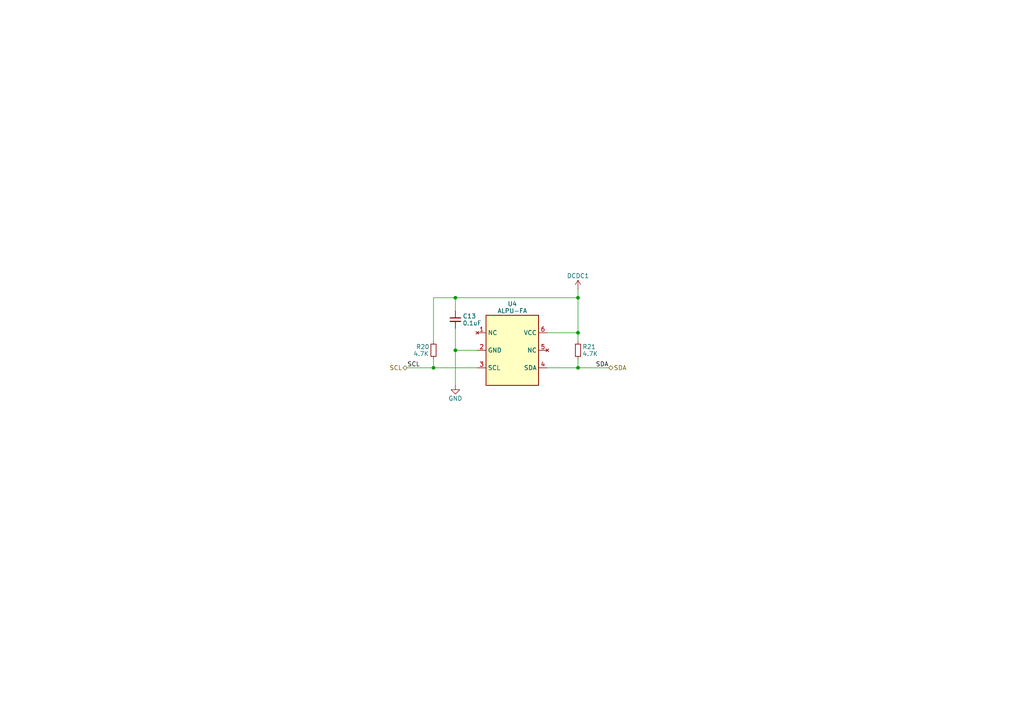
<source format=kicad_sch>
(kicad_sch (version 20231120) (generator "eeschema") (generator_version "8.0")
  (paper "A4")
  (lib_symbols
    (symbol "Device:C_Small" (pin_numbers hide) (pin_names (offset 0.254) hide)
      (property "Reference" "C" (at 0.254 1.778 0))
      (property "Value" "C_Small" (at 0.254 -2.032 0))
      (symbol "C_Small_0_1"
        (polyline (pts (xy -1.524 -0.508) (xy 1.524 -0.508)) (stroke (width 0.3302)))
        (polyline (pts (xy -1.524 0.508) (xy 1.524 0.508)) (stroke (width 0.3048)))
      )
      (symbol "C_Small_1_1"
        (pin passive line (at 0 2.54 270) (length 2.032) (name "~") (number "1"))
        (pin passive line (at 0 -2.54 90) (length 2.032) (name "~") (number "2"))
      )
    )
    (symbol "Device:R_Small" (pin_numbers hide) (pin_names (offset 0.254) hide)
      (property "Reference" "R" (at 0.762 0.508 0))
      (property "Value" "R_Small" (at 0.762 -1.016 0))
      (symbol "R_Small_0_1"
        (rectangle (start -0.762 1.778) (end 0.762 -1.778) (stroke (width 0.2032)))
      )
      (symbol "R_Small_1_1"
        (pin passive line (at 0 2.54 270) (length 0.762) (name "~") (number "1"))
        (pin passive line (at 0 -2.54 90) (length 0.762) (name "~") (number "2"))
      )
    )
    (symbol "MM-Plus-RE:ALPU-FA"
      (property "Reference" "U" (at -7.112 11.43 0))
      (property "Value" "ALPU-FA" (at 3.556 -11.684 0))
      (symbol "ALPU-FA_0_1"
        (rectangle (start -7.62 10.16) (end 7.62 -10.16) (stroke (width 0.254)) (fill (type background)))
      )
      (symbol "ALPU-FA_1_1"
        (pin no_connect line (at -10.16 5.08 0) (length 2.54) (name "NC") (number "1"))
        (pin input line (at -10.16 0 0) (length 2.54) (name "GND") (number "2"))
        (pin input line (at -10.16 -5.08 0) (length 2.54) (name "SCL") (number "3"))
        (pin bidirectional line (at 10.16 -5.08 180) (length 2.54) (name "SDA") (number "4"))
        (pin no_connect line (at 10.16 0 180) (length 2.54) (name "NC") (number "5"))
        (pin input line (at 10.16 5.08 180) (length 2.54) (name "VCC") (number "6"))
      )
    )
    (symbol "power:GND" (power) (pin_numbers hide) (pin_names (offset 0) hide)
      (property "Value" "GND" (at 0 -3.81 0))
      (symbol "GND_0_1"
        (polyline (pts (xy 0 0) (xy 0 -1.27) (xy 1.27 -1.27) (xy 0 -2.54) (xy -1.27 -1.27) (xy 0 -1.27)))
      )
      (symbol "GND_1_1"
        (pin power_in line (at 0 0 270) (length 0) (name "~") (number "1"))
      )
    )
    (symbol "power:VCC" (power) (pin_numbers hide) (pin_names (offset 0) hide)
      (property "Value" "VCC" (at 0 3.556 0))
      (symbol "VCC_0_1"
        (polyline (pts (xy -0.762 1.27) (xy 0 2.54)))
        (polyline (pts (xy 0 0) (xy 0 2.54)))
        (polyline (pts (xy 0 2.54) (xy 0.762 1.27)))
      )
      (symbol "VCC_1_1"
        (pin power_in line (at 0 0 90) (length 0) (name "~") (number "1"))
      )
    )
  )
  (junction (at 132.08 86.36))
  (junction (at 125.73 106.68))
  (junction (at 132.08 101.6))
  (junction (at 167.64 106.68))
  (junction (at 167.64 86.36))
  (junction (at 167.64 96.52))
  (wire (pts (xy 125.73 104.14) (xy 125.73 106.68)))
  (wire (pts (xy 125.73 86.36) (xy 125.73 99.06)))
  (wire (pts (xy 125.73 106.68) (xy 138.43 106.68)))
  (wire (pts (xy 132.08 86.36) (xy 125.73 86.36)))
  (wire (pts (xy 167.64 86.36) (xy 132.08 86.36)))
  (wire (pts (xy 132.08 111.76) (xy 132.08 101.6)))
  (wire (pts (xy 167.64 104.14) (xy 167.64 106.68)))
  (wire (pts (xy 132.08 86.36) (xy 132.08 90.17)))
  (wire (pts (xy 167.64 83.82) (xy 167.64 86.36)))
  (wire (pts (xy 167.64 96.52) (xy 167.64 86.36)))
  (wire (pts (xy 167.64 96.52) (xy 167.64 99.06)))
  (wire (pts (xy 132.08 95.25) (xy 132.08 101.6)))
  (wire (pts (xy 167.64 106.68) (xy 176.53 106.68)))
  (wire (pts (xy 132.08 101.6) (xy 138.43 101.6)))
  (wire (pts (xy 167.64 96.52) (xy 158.75 96.52)))
  (wire (pts (xy 118.11 106.68) (xy 125.73 106.68)))
  (wire (pts (xy 158.75 106.68) (xy 167.64 106.68)))
  (label "SCL" (at 118.11 106.68 0))
  (label "SDA" (at 176.53 106.68 180))
  (hierarchical_label "SCL" (shape bidirectional) (at 118.11 106.68 180))
  (hierarchical_label "SDA" (shape bidirectional) (at 176.53 106.68 0))
  (symbol (lib_id "power:VCC") (at 167.64 83.82 0) (unit 1)
    (property "Reference" "#PWR049" (effects (hide yes)))
    (property "Value" "DCDC1" (at 167.64 80.01 0))
    (property "Description" "Power symbol creates a global label with name \"VCC\"" (effects (hide yes)))
  )
  (symbol (lib_id "Device:R_Small") (at 167.64 101.6 0) (mirror y) (unit 1)
    (property "Reference" "R21" (at 168.91 100.584 0) (effects (justify right)))
    (property "Value" "4.7K" (at 168.91 102.616 0) (effects (justify right)))
    (property "Footprint" "Resistor_SMD:R_0402_1005Metric" (effects (hide yes)))
  )
  (symbol (lib_id "Device:C_Small") (at 132.08 92.71 0) (unit 1)
    (property "Reference" "C13" (at 136.144 91.694 0))
    (property "Value" "0.1uF" (at 136.906 93.726 0))
    (property "Footprint" "Capacitor_SMD:C_0402_1005Metric" (effects (hide yes)))
  )
  (symbol (lib_id "MM-Plus-RE:ALPU-FA") (at 148.59 101.6 0) (unit 1)
    (property "Reference" "U4" (at 148.59 88.138 0))
    (property "Value" "ALPU-FA" (at 148.59 90.17 0))
    (property "Footprint" "Package_TO_SOT_SMD:SOT-23-6" (effects (hide yes)))
  )
  (symbol (lib_id "power:GND") (at 132.08 111.76 0) (unit 1)
    (property "Reference" "#PWR021" (effects (hide yes)))
    (property "Value" "GND" (at 134.112 115.57 0) (effects (justify right)))
    (property "Description" "Power symbol creates a global label with name \"GND\" , ground" (effects (hide yes)))
  )
  (symbol (lib_id "Device:R_Small") (at 125.73 101.6 0) (unit 1)
    (property "Reference" "R20" (at 120.65 100.584 0) (effects (justify left)))
    (property "Value" "4.7K" (at 119.888 102.616 0) (effects (justify left)))
    (property "Footprint" "Resistor_SMD:R_0402_1005Metric" (effects (hide yes)))
  )
)
</source>
